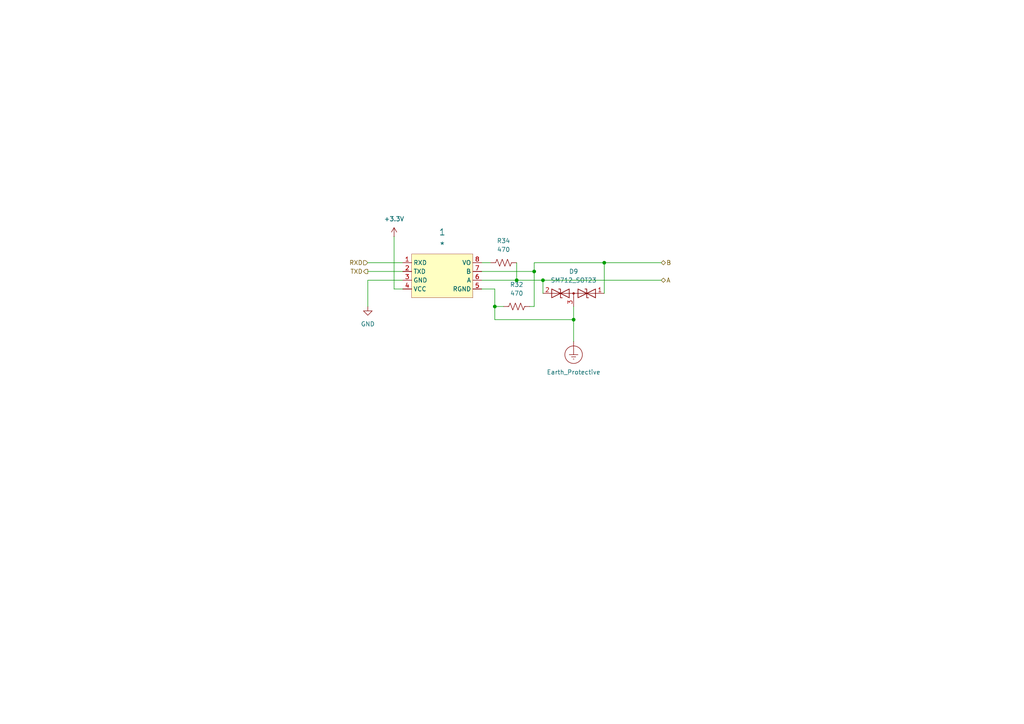
<source format=kicad_sch>
(kicad_sch
	(version 20250114)
	(generator "eeschema")
	(generator_version "9.0")
	(uuid "42a47a88-89c4-41fa-b950-57d8304242fc")
	(paper "A4")
	(lib_symbols
		(symbol "Device:R_US"
			(pin_numbers
				(hide yes)
			)
			(pin_names
				(offset 0)
			)
			(exclude_from_sim no)
			(in_bom yes)
			(on_board yes)
			(property "Reference" "R"
				(at 2.54 0 90)
				(effects
					(font
						(size 1.27 1.27)
					)
				)
			)
			(property "Value" "R_US"
				(at -2.54 0 90)
				(effects
					(font
						(size 1.27 1.27)
					)
				)
			)
			(property "Footprint" ""
				(at 1.016 -0.254 90)
				(effects
					(font
						(size 1.27 1.27)
					)
					(hide yes)
				)
			)
			(property "Datasheet" "~"
				(at 0 0 0)
				(effects
					(font
						(size 1.27 1.27)
					)
					(hide yes)
				)
			)
			(property "Description" "Resistor, US symbol"
				(at 0 0 0)
				(effects
					(font
						(size 1.27 1.27)
					)
					(hide yes)
				)
			)
			(property "ki_keywords" "R res resistor"
				(at 0 0 0)
				(effects
					(font
						(size 1.27 1.27)
					)
					(hide yes)
				)
			)
			(property "ki_fp_filters" "R_*"
				(at 0 0 0)
				(effects
					(font
						(size 1.27 1.27)
					)
					(hide yes)
				)
			)
			(symbol "R_US_0_1"
				(polyline
					(pts
						(xy 0 2.286) (xy 0 2.54)
					)
					(stroke
						(width 0)
						(type default)
					)
					(fill
						(type none)
					)
				)
				(polyline
					(pts
						(xy 0 2.286) (xy 1.016 1.905) (xy 0 1.524) (xy -1.016 1.143) (xy 0 0.762)
					)
					(stroke
						(width 0)
						(type default)
					)
					(fill
						(type none)
					)
				)
				(polyline
					(pts
						(xy 0 0.762) (xy 1.016 0.381) (xy 0 0) (xy -1.016 -0.381) (xy 0 -0.762)
					)
					(stroke
						(width 0)
						(type default)
					)
					(fill
						(type none)
					)
				)
				(polyline
					(pts
						(xy 0 -0.762) (xy 1.016 -1.143) (xy 0 -1.524) (xy -1.016 -1.905) (xy 0 -2.286)
					)
					(stroke
						(width 0)
						(type default)
					)
					(fill
						(type none)
					)
				)
				(polyline
					(pts
						(xy 0 -2.286) (xy 0 -2.54)
					)
					(stroke
						(width 0)
						(type default)
					)
					(fill
						(type none)
					)
				)
			)
			(symbol "R_US_1_1"
				(pin passive line
					(at 0 3.81 270)
					(length 1.27)
					(name "~"
						(effects
							(font
								(size 1.27 1.27)
							)
						)
					)
					(number "1"
						(effects
							(font
								(size 1.27 1.27)
							)
						)
					)
				)
				(pin passive line
					(at 0 -3.81 90)
					(length 1.27)
					(name "~"
						(effects
							(font
								(size 1.27 1.27)
							)
						)
					)
					(number "2"
						(effects
							(font
								(size 1.27 1.27)
							)
						)
					)
				)
			)
			(embedded_fonts no)
		)
		(symbol "Diode:SM712_SOT23"
			(pin_names
				(offset 1.016)
				(hide yes)
			)
			(exclude_from_sim no)
			(in_bom yes)
			(on_board yes)
			(property "Reference" "D"
				(at 0 4.445 0)
				(effects
					(font
						(size 1.27 1.27)
					)
				)
			)
			(property "Value" "SM712_SOT23"
				(at 0 2.54 0)
				(effects
					(font
						(size 1.27 1.27)
					)
				)
			)
			(property "Footprint" "Package_TO_SOT_SMD:SOT-23"
				(at 0 -8.89 0)
				(effects
					(font
						(size 1.27 1.27)
					)
					(hide yes)
				)
			)
			(property "Datasheet" "https://www.littelfuse.com/~/media/electronics/datasheets/tvs_diode_arrays/littelfuse_tvs_diode_array_sm712_datasheet.pdf.pdf"
				(at -3.81 0 0)
				(effects
					(font
						(size 1.27 1.27)
					)
					(hide yes)
				)
			)
			(property "Description" "7V/12V, 600W Asymmetrical TVS Diode Array, SOT-23"
				(at 0 0 0)
				(effects
					(font
						(size 1.27 1.27)
					)
					(hide yes)
				)
			)
			(property "ki_keywords" "transient voltage suppressor thyrector transil"
				(at 0 0 0)
				(effects
					(font
						(size 1.27 1.27)
					)
					(hide yes)
				)
			)
			(property "ki_fp_filters" "SOT?23*"
				(at 0 0 0)
				(effects
					(font
						(size 1.27 1.27)
					)
					(hide yes)
				)
			)
			(symbol "SM712_SOT23_0_0"
				(polyline
					(pts
						(xy 0 -1.27) (xy 0 0)
					)
					(stroke
						(width 0)
						(type default)
					)
					(fill
						(type none)
					)
				)
			)
			(symbol "SM712_SOT23_0_1"
				(polyline
					(pts
						(xy -6.35 0) (xy 6.35 0)
					)
					(stroke
						(width 0)
						(type default)
					)
					(fill
						(type none)
					)
				)
				(polyline
					(pts
						(xy -6.35 -1.27) (xy -1.27 1.27) (xy -1.27 -1.27) (xy -6.35 1.27) (xy -6.35 -1.27)
					)
					(stroke
						(width 0.2032)
						(type default)
					)
					(fill
						(type none)
					)
				)
				(polyline
					(pts
						(xy -3.302 1.27) (xy -3.81 1.27) (xy -3.81 -1.27) (xy -4.318 -1.27)
					)
					(stroke
						(width 0.2032)
						(type default)
					)
					(fill
						(type none)
					)
				)
				(circle
					(center 0 0)
					(radius 0.254)
					(stroke
						(width 0)
						(type default)
					)
					(fill
						(type outline)
					)
				)
				(polyline
					(pts
						(xy 1.27 -1.27) (xy 1.27 1.27) (xy 6.35 -1.27) (xy 6.35 1.27) (xy 1.27 -1.27)
					)
					(stroke
						(width 0.2032)
						(type default)
					)
					(fill
						(type none)
					)
				)
				(polyline
					(pts
						(xy 4.318 1.27) (xy 3.81 1.27) (xy 3.81 -1.27) (xy 3.302 -1.27)
					)
					(stroke
						(width 0.2032)
						(type default)
					)
					(fill
						(type none)
					)
				)
			)
			(symbol "SM712_SOT23_1_1"
				(pin passive line
					(at -8.89 0 0)
					(length 2.54)
					(name "A1"
						(effects
							(font
								(size 1.27 1.27)
							)
						)
					)
					(number "1"
						(effects
							(font
								(size 1.27 1.27)
							)
						)
					)
				)
				(pin input line
					(at 0 -3.81 90)
					(length 2.54)
					(name "common"
						(effects
							(font
								(size 1.27 1.27)
							)
						)
					)
					(number "3"
						(effects
							(font
								(size 1.27 1.27)
							)
						)
					)
				)
				(pin passive line
					(at 8.89 0 180)
					(length 2.54)
					(name "A2"
						(effects
							(font
								(size 1.27 1.27)
							)
						)
					)
					(number "2"
						(effects
							(font
								(size 1.27 1.27)
							)
						)
					)
				)
			)
			(embedded_fonts no)
		)
		(symbol "TD301M485:TD301M485"
			(exclude_from_sim no)
			(in_bom yes)
			(on_board yes)
			(property "Reference" ""
				(at -1.27 1.27 0)
				(effects
					(font
						(size 1.8288 1.8288)
					)
				)
			)
			(property "Value" "*"
				(at -1.27 -3.81 0)
				(effects
					(font
						(size 1.8288 1.8288)
					)
					(justify left bottom)
				)
			)
			(property "Footprint" ""
				(at 0 0 0)
				(effects
					(font
						(size 1.27 1.27)
					)
					(hide yes)
				)
			)
			(property "Datasheet" ""
				(at 0 0 0)
				(effects
					(font
						(size 1.27 1.27)
					)
					(hide yes)
				)
			)
			(property "Description" ""
				(at 0 0 0)
				(effects
					(font
						(size 1.27 1.27)
					)
					(hide yes)
				)
			)
			(symbol "TD301M485_1_0"
				(rectangle
					(start 7.62 5.08)
					(end -10.16 -7.62)
					(stroke
						(width 0.0254)
						(type solid)
						(color 128 0 0 1)
					)
					(fill
						(type background)
					)
				)
				(pin passive line
					(at -12.7 2.54 0)
					(length 2.54)
					(name "RXD"
						(effects
							(font
								(size 1.27 1.27)
							)
						)
					)
					(number "1"
						(effects
							(font
								(size 1.27 1.27)
							)
						)
					)
				)
				(pin passive line
					(at -12.7 0 0)
					(length 2.54)
					(name "TXD"
						(effects
							(font
								(size 1.27 1.27)
							)
						)
					)
					(number "2"
						(effects
							(font
								(size 1.27 1.27)
							)
						)
					)
				)
				(pin passive line
					(at -12.7 -2.54 0)
					(length 2.54)
					(name "GND"
						(effects
							(font
								(size 1.27 1.27)
							)
						)
					)
					(number "3"
						(effects
							(font
								(size 1.27 1.27)
							)
						)
					)
				)
				(pin passive line
					(at -12.7 -5.08 0)
					(length 2.54)
					(name "VCC"
						(effects
							(font
								(size 1.27 1.27)
							)
						)
					)
					(number "4"
						(effects
							(font
								(size 1.27 1.27)
							)
						)
					)
				)
				(pin passive line
					(at 10.16 2.54 180)
					(length 2.54)
					(name "VO"
						(effects
							(font
								(size 1.27 1.27)
							)
						)
					)
					(number "8"
						(effects
							(font
								(size 1.27 1.27)
							)
						)
					)
				)
				(pin passive line
					(at 10.16 0 180)
					(length 2.54)
					(name "B"
						(effects
							(font
								(size 1.27 1.27)
							)
						)
					)
					(number "7"
						(effects
							(font
								(size 1.27 1.27)
							)
						)
					)
				)
				(pin passive line
					(at 10.16 -2.54 180)
					(length 2.54)
					(name "A"
						(effects
							(font
								(size 1.27 1.27)
							)
						)
					)
					(number "6"
						(effects
							(font
								(size 1.27 1.27)
							)
						)
					)
				)
				(pin passive line
					(at 10.16 -5.08 180)
					(length 2.54)
					(name "RGND"
						(effects
							(font
								(size 1.27 1.27)
							)
						)
					)
					(number "5"
						(effects
							(font
								(size 1.27 1.27)
							)
						)
					)
				)
			)
			(embedded_fonts no)
		)
		(symbol "power:+3.3V"
			(power)
			(pin_numbers
				(hide yes)
			)
			(pin_names
				(offset 0)
				(hide yes)
			)
			(exclude_from_sim no)
			(in_bom yes)
			(on_board yes)
			(property "Reference" "#PWR"
				(at 0 -3.81 0)
				(effects
					(font
						(size 1.27 1.27)
					)
					(hide yes)
				)
			)
			(property "Value" "+3.3V"
				(at 0 3.556 0)
				(effects
					(font
						(size 1.27 1.27)
					)
				)
			)
			(property "Footprint" ""
				(at 0 0 0)
				(effects
					(font
						(size 1.27 1.27)
					)
					(hide yes)
				)
			)
			(property "Datasheet" ""
				(at 0 0 0)
				(effects
					(font
						(size 1.27 1.27)
					)
					(hide yes)
				)
			)
			(property "Description" "Power symbol creates a global label with name \"+3.3V\""
				(at 0 0 0)
				(effects
					(font
						(size 1.27 1.27)
					)
					(hide yes)
				)
			)
			(property "ki_keywords" "global power"
				(at 0 0 0)
				(effects
					(font
						(size 1.27 1.27)
					)
					(hide yes)
				)
			)
			(symbol "+3.3V_0_1"
				(polyline
					(pts
						(xy -0.762 1.27) (xy 0 2.54)
					)
					(stroke
						(width 0)
						(type default)
					)
					(fill
						(type none)
					)
				)
				(polyline
					(pts
						(xy 0 2.54) (xy 0.762 1.27)
					)
					(stroke
						(width 0)
						(type default)
					)
					(fill
						(type none)
					)
				)
				(polyline
					(pts
						(xy 0 0) (xy 0 2.54)
					)
					(stroke
						(width 0)
						(type default)
					)
					(fill
						(type none)
					)
				)
			)
			(symbol "+3.3V_1_1"
				(pin power_in line
					(at 0 0 90)
					(length 0)
					(name "~"
						(effects
							(font
								(size 1.27 1.27)
							)
						)
					)
					(number "1"
						(effects
							(font
								(size 1.27 1.27)
							)
						)
					)
				)
			)
			(embedded_fonts no)
		)
		(symbol "power:Earth_Protective"
			(power)
			(pin_numbers
				(hide yes)
			)
			(pin_names
				(offset 0)
				(hide yes)
			)
			(exclude_from_sim no)
			(in_bom yes)
			(on_board yes)
			(property "Reference" "#PWR"
				(at 0 -10.16 0)
				(effects
					(font
						(size 1.27 1.27)
					)
					(hide yes)
				)
			)
			(property "Value" "Earth_Protective"
				(at 0 -7.62 0)
				(effects
					(font
						(size 1.27 1.27)
					)
				)
			)
			(property "Footprint" ""
				(at 0 -2.54 0)
				(effects
					(font
						(size 1.27 1.27)
					)
					(hide yes)
				)
			)
			(property "Datasheet" "~"
				(at 0 -2.54 0)
				(effects
					(font
						(size 1.27 1.27)
					)
					(hide yes)
				)
			)
			(property "Description" "Power symbol creates a global label with name \"Earth_Protective\""
				(at 0 0 0)
				(effects
					(font
						(size 1.27 1.27)
					)
					(hide yes)
				)
			)
			(property "ki_keywords" "global ground gnd clean"
				(at 0 0 0)
				(effects
					(font
						(size 1.27 1.27)
					)
					(hide yes)
				)
			)
			(symbol "Earth_Protective_0_1"
				(polyline
					(pts
						(xy -0.635 -4.445) (xy 0.635 -4.445)
					)
					(stroke
						(width 0)
						(type default)
					)
					(fill
						(type none)
					)
				)
				(polyline
					(pts
						(xy -0.127 -5.08) (xy 0.127 -5.08)
					)
					(stroke
						(width 0)
						(type default)
					)
					(fill
						(type none)
					)
				)
				(polyline
					(pts
						(xy 0 -3.81) (xy 0 0)
					)
					(stroke
						(width 0)
						(type default)
					)
					(fill
						(type none)
					)
				)
				(circle
					(center 0 -3.81)
					(radius 2.54)
					(stroke
						(width 0)
						(type default)
					)
					(fill
						(type none)
					)
				)
				(polyline
					(pts
						(xy 1.27 -3.81) (xy -1.27 -3.81)
					)
					(stroke
						(width 0)
						(type default)
					)
					(fill
						(type none)
					)
				)
			)
			(symbol "Earth_Protective_1_1"
				(pin power_in line
					(at 0 0 270)
					(length 0)
					(name "~"
						(effects
							(font
								(size 1.27 1.27)
							)
						)
					)
					(number "1"
						(effects
							(font
								(size 1.27 1.27)
							)
						)
					)
				)
			)
			(embedded_fonts no)
		)
		(symbol "power:GND"
			(power)
			(pin_numbers
				(hide yes)
			)
			(pin_names
				(offset 0)
				(hide yes)
			)
			(exclude_from_sim no)
			(in_bom yes)
			(on_board yes)
			(property "Reference" "#PWR"
				(at 0 -6.35 0)
				(effects
					(font
						(size 1.27 1.27)
					)
					(hide yes)
				)
			)
			(property "Value" "GND"
				(at 0 -3.81 0)
				(effects
					(font
						(size 1.27 1.27)
					)
				)
			)
			(property "Footprint" ""
				(at 0 0 0)
				(effects
					(font
						(size 1.27 1.27)
					)
					(hide yes)
				)
			)
			(property "Datasheet" ""
				(at 0 0 0)
				(effects
					(font
						(size 1.27 1.27)
					)
					(hide yes)
				)
			)
			(property "Description" "Power symbol creates a global label with name \"GND\" , ground"
				(at 0 0 0)
				(effects
					(font
						(size 1.27 1.27)
					)
					(hide yes)
				)
			)
			(property "ki_keywords" "global power"
				(at 0 0 0)
				(effects
					(font
						(size 1.27 1.27)
					)
					(hide yes)
				)
			)
			(symbol "GND_0_1"
				(polyline
					(pts
						(xy 0 0) (xy 0 -1.27) (xy 1.27 -1.27) (xy 0 -2.54) (xy -1.27 -1.27) (xy 0 -1.27)
					)
					(stroke
						(width 0)
						(type default)
					)
					(fill
						(type none)
					)
				)
			)
			(symbol "GND_1_1"
				(pin power_in line
					(at 0 0 270)
					(length 0)
					(name "~"
						(effects
							(font
								(size 1.27 1.27)
							)
						)
					)
					(number "1"
						(effects
							(font
								(size 1.27 1.27)
							)
						)
					)
				)
			)
			(embedded_fonts no)
		)
	)
	(junction
		(at 175.26 76.2)
		(diameter 0)
		(color 0 0 0 0)
		(uuid "31fd528f-ab95-4920-a2bd-1b4b6aed7a81")
	)
	(junction
		(at 154.94 78.74)
		(diameter 0)
		(color 0 0 0 0)
		(uuid "55afddf4-264d-4206-a5e9-2c3f2c7fa3ce")
	)
	(junction
		(at 166.37 92.71)
		(diameter 0)
		(color 0 0 0 0)
		(uuid "68243acb-73e4-4c3f-b582-1dbf45b1f0ad")
	)
	(junction
		(at 157.48 81.28)
		(diameter 0)
		(color 0 0 0 0)
		(uuid "87ab53df-7f42-45ea-83a2-a655f899d899")
	)
	(junction
		(at 143.51 88.9)
		(diameter 0)
		(color 0 0 0 0)
		(uuid "87d71220-69d5-412d-997f-7a442a818291")
	)
	(junction
		(at 149.86 81.28)
		(diameter 0)
		(color 0 0 0 0)
		(uuid "d8de3137-f5a5-4329-8c52-61ae16cd79a3")
	)
	(wire
		(pts
			(xy 139.7 83.82) (xy 143.51 83.82)
		)
		(stroke
			(width 0)
			(type default)
		)
		(uuid "07dc01c7-05b5-4c3e-8b81-ad7af42d51ef")
	)
	(wire
		(pts
			(xy 116.84 83.82) (xy 114.3 83.82)
		)
		(stroke
			(width 0)
			(type default)
		)
		(uuid "09258b11-aa62-4383-8873-069ee0babfff")
	)
	(wire
		(pts
			(xy 106.68 81.28) (xy 106.68 88.9)
		)
		(stroke
			(width 0)
			(type default)
		)
		(uuid "146db7cd-ce0d-45a1-b2b8-d37525121c8e")
	)
	(wire
		(pts
			(xy 149.86 76.2) (xy 149.86 81.28)
		)
		(stroke
			(width 0)
			(type default)
		)
		(uuid "25831cb6-a9d2-43de-b30d-cf8ff8bd08c4")
	)
	(wire
		(pts
			(xy 154.94 76.2) (xy 175.26 76.2)
		)
		(stroke
			(width 0)
			(type default)
		)
		(uuid "26c7c638-8943-41c8-bad8-1550f80a01ec")
	)
	(wire
		(pts
			(xy 157.48 81.28) (xy 191.77 81.28)
		)
		(stroke
			(width 0)
			(type default)
		)
		(uuid "2a8a4e81-f13f-4c81-b25c-25b4c4735298")
	)
	(wire
		(pts
			(xy 139.7 76.2) (xy 142.24 76.2)
		)
		(stroke
			(width 0)
			(type default)
		)
		(uuid "30d080d6-ee20-4bb1-80e0-aa484d7667fa")
	)
	(wire
		(pts
			(xy 139.7 81.28) (xy 149.86 81.28)
		)
		(stroke
			(width 0)
			(type default)
		)
		(uuid "37d41c7d-1b8f-4f9b-b721-11e063aa02a6")
	)
	(wire
		(pts
			(xy 154.94 76.2) (xy 154.94 78.74)
		)
		(stroke
			(width 0)
			(type default)
		)
		(uuid "45b58acc-4031-4b80-a153-2d9d66ddcfd0")
	)
	(wire
		(pts
			(xy 143.51 83.82) (xy 143.51 88.9)
		)
		(stroke
			(width 0)
			(type default)
		)
		(uuid "59445f33-906d-49ac-a439-8bdcc94cf075")
	)
	(wire
		(pts
			(xy 143.51 88.9) (xy 146.05 88.9)
		)
		(stroke
			(width 0)
			(type default)
		)
		(uuid "595771b6-38f8-47ec-a741-70e6a4bf0ace")
	)
	(wire
		(pts
			(xy 143.51 88.9) (xy 143.51 92.71)
		)
		(stroke
			(width 0)
			(type default)
		)
		(uuid "699e4fa3-fb5f-4e42-b01c-5d78591765f0")
	)
	(wire
		(pts
			(xy 114.3 83.82) (xy 114.3 68.58)
		)
		(stroke
			(width 0)
			(type default)
		)
		(uuid "8210d756-dfb2-4854-84da-940116148150")
	)
	(wire
		(pts
			(xy 175.26 76.2) (xy 175.26 85.09)
		)
		(stroke
			(width 0)
			(type default)
		)
		(uuid "8baabb5a-caf5-4581-8f74-fe9dbcef0160")
	)
	(wire
		(pts
			(xy 153.67 88.9) (xy 154.94 88.9)
		)
		(stroke
			(width 0)
			(type default)
		)
		(uuid "9cebfcee-e93a-4764-95c6-5d3ad8ee6a4b")
	)
	(wire
		(pts
			(xy 139.7 78.74) (xy 154.94 78.74)
		)
		(stroke
			(width 0)
			(type default)
		)
		(uuid "a1716801-6e48-4d8d-8fb1-77591e7523d4")
	)
	(wire
		(pts
			(xy 157.48 81.28) (xy 157.48 85.09)
		)
		(stroke
			(width 0)
			(type default)
		)
		(uuid "ad8d8cbd-ae36-4dfc-bf46-d49685c9cf60")
	)
	(wire
		(pts
			(xy 154.94 88.9) (xy 154.94 78.74)
		)
		(stroke
			(width 0)
			(type default)
		)
		(uuid "bc9c96cb-3e30-4a81-afbe-4d6227352d89")
	)
	(wire
		(pts
			(xy 106.68 76.2) (xy 116.84 76.2)
		)
		(stroke
			(width 0)
			(type default)
		)
		(uuid "be5ae0da-fbad-49ce-805a-ef1bf3bc4d69")
	)
	(wire
		(pts
			(xy 166.37 92.71) (xy 166.37 99.06)
		)
		(stroke
			(width 0)
			(type default)
		)
		(uuid "c3ac168d-5847-4b8c-9224-1278fc4a4847")
	)
	(wire
		(pts
			(xy 166.37 88.9) (xy 166.37 92.71)
		)
		(stroke
			(width 0)
			(type default)
		)
		(uuid "c543819c-38ae-41b2-b6a0-9c238b398e2a")
	)
	(wire
		(pts
			(xy 143.51 92.71) (xy 166.37 92.71)
		)
		(stroke
			(width 0)
			(type default)
		)
		(uuid "caefaaaf-ad03-4bcf-9084-bab600d7c36a")
	)
	(wire
		(pts
			(xy 149.86 81.28) (xy 157.48 81.28)
		)
		(stroke
			(width 0)
			(type default)
		)
		(uuid "da010c6b-e47f-4d62-8d0a-f69859649384")
	)
	(wire
		(pts
			(xy 175.26 76.2) (xy 191.77 76.2)
		)
		(stroke
			(width 0)
			(type default)
		)
		(uuid "e8abbd00-9000-42ae-850d-3e8059ad5da0")
	)
	(wire
		(pts
			(xy 116.84 81.28) (xy 106.68 81.28)
		)
		(stroke
			(width 0)
			(type default)
		)
		(uuid "f07b8f32-6124-44b4-b4dc-7efea94bd26e")
	)
	(wire
		(pts
			(xy 106.68 78.74) (xy 116.84 78.74)
		)
		(stroke
			(width 0)
			(type default)
		)
		(uuid "f5fb3f25-529f-48a4-a672-49207f8463a9")
	)
	(hierarchical_label "A"
		(shape bidirectional)
		(at 191.77 81.28 0)
		(effects
			(font
				(size 1.27 1.27)
			)
			(justify left)
		)
		(uuid "1b2a06aa-8291-4c92-8e36-e707bdb55a5a")
	)
	(hierarchical_label "TXD"
		(shape output)
		(at 106.68 78.74 180)
		(effects
			(font
				(size 1.27 1.27)
			)
			(justify right)
		)
		(uuid "31d40c38-34ee-4183-bbbb-172dbee59b20")
	)
	(hierarchical_label "B"
		(shape bidirectional)
		(at 191.77 76.2 0)
		(effects
			(font
				(size 1.27 1.27)
			)
			(justify left)
		)
		(uuid "7bdc1d73-f438-42c0-a07d-338838f4506c")
	)
	(hierarchical_label "RXD"
		(shape input)
		(at 106.68 76.2 180)
		(effects
			(font
				(size 1.27 1.27)
			)
			(justify right)
		)
		(uuid "b7a9809c-1998-42d0-aa47-1c29da187adc")
	)
	(symbol
		(lib_id "Device:R_US")
		(at 146.05 76.2 90)
		(unit 1)
		(exclude_from_sim no)
		(in_bom yes)
		(on_board yes)
		(dnp no)
		(fields_autoplaced yes)
		(uuid "3aaa2ff5-215d-4c4d-9aee-571a892a8339")
		(property "Reference" "R34"
			(at 146.05 69.85 90)
			(effects
				(font
					(size 1.27 1.27)
				)
			)
		)
		(property "Value" "470"
			(at 146.05 72.39 90)
			(effects
				(font
					(size 1.27 1.27)
				)
			)
		)
		(property "Footprint" "Resistor_SMD:R_0603_1608Metric"
			(at 146.304 75.184 90)
			(effects
				(font
					(size 1.27 1.27)
				)
				(hide yes)
			)
		)
		(property "Datasheet" "~"
			(at 146.05 76.2 0)
			(effects
				(font
					(size 1.27 1.27)
				)
				(hide yes)
			)
		)
		(property "Description" "Resistor, US symbol"
			(at 146.05 76.2 0)
			(effects
				(font
					(size 1.27 1.27)
				)
				(hide yes)
			)
		)
		(pin "2"
			(uuid "777e093f-b5d9-4353-b1c2-90de6a4d9462")
		)
		(pin "1"
			(uuid "ec2a4538-35a6-4bb2-93fb-ac4d48f63a61")
		)
		(instances
			(project "PCB porton"
				(path "/066fc511-7226-4630-beb0-d4fa33de32d6/98e2e1af-13f4-44d7-afbb-a6c00796e80f/68884aba-5757-4f32-83a0-1ae2abb6f06d"
					(reference "R34")
					(unit 1)
				)
			)
		)
	)
	(symbol
		(lib_id "TD301M485:TD301M485")
		(at 129.54 78.74 0)
		(unit 1)
		(exclude_from_sim no)
		(in_bom yes)
		(on_board yes)
		(dnp no)
		(fields_autoplaced yes)
		(uuid "4cb03983-f02e-4f56-abe2-1eecfce3d54d")
		(property "Reference" "1"
			(at 128.27 67.31 0)
			(effects
				(font
					(size 1.8288 1.8288)
				)
			)
		)
		(property "Value" "*"
			(at 128.27 71.12 0)
			(effects
				(font
					(size 1.8288 1.8288)
				)
			)
		)
		(property "Footprint" ""
			(at 129.54 78.74 0)
			(effects
				(font
					(size 1.27 1.27)
				)
				(hide yes)
			)
		)
		(property "Datasheet" ""
			(at 129.54 78.74 0)
			(effects
				(font
					(size 1.27 1.27)
				)
				(hide yes)
			)
		)
		(property "Description" ""
			(at 129.54 78.74 0)
			(effects
				(font
					(size 1.27 1.27)
				)
				(hide yes)
			)
		)
		(pin "1"
			(uuid "fc1931eb-e0f2-4264-b134-07a02802daf9")
		)
		(pin "2"
			(uuid "f29531e7-4e77-4ddc-869f-7038c668961c")
		)
		(pin "3"
			(uuid "45e0451b-810d-42e2-83e3-55c5a2c5bb76")
		)
		(pin "4"
			(uuid "8b2d565b-ec0f-495d-8c81-5c32d43cd1c0")
		)
		(pin "5"
			(uuid "674a1750-919b-42bb-97f0-808c24f97503")
		)
		(pin "6"
			(uuid "9cae00c3-dcd9-4c0e-bb3a-91f0ba9ae1f3")
		)
		(pin "7"
			(uuid "1c21a500-1ee9-447f-ae79-f457cb42d3ce")
		)
		(pin "8"
			(uuid "2ee093ea-db99-4c29-92f8-af771025d62f")
		)
		(instances
			(project ""
				(path "/066fc511-7226-4630-beb0-d4fa33de32d6/98e2e1af-13f4-44d7-afbb-a6c00796e80f/68884aba-5757-4f32-83a0-1ae2abb6f06d"
					(reference "1")
					(unit 1)
				)
			)
		)
	)
	(symbol
		(lib_id "Diode:SM712_SOT23")
		(at 166.37 85.09 0)
		(mirror y)
		(unit 1)
		(exclude_from_sim no)
		(in_bom yes)
		(on_board yes)
		(dnp no)
		(uuid "58b4ecb9-78ac-4051-8dc0-a1333067d880")
		(property "Reference" "D9"
			(at 166.37 78.74 0)
			(effects
				(font
					(size 1.27 1.27)
				)
			)
		)
		(property "Value" "SM712_SOT23"
			(at 166.37 81.28 0)
			(effects
				(font
					(size 1.27 1.27)
				)
			)
		)
		(property "Footprint" "Package_TO_SOT_SMD:SOT-23W"
			(at 166.37 93.98 0)
			(effects
				(font
					(size 1.27 1.27)
				)
				(hide yes)
			)
		)
		(property "Datasheet" "https://www.littelfuse.com/~/media/electronics/datasheets/tvs_diode_arrays/littelfuse_tvs_diode_array_sm712_datasheet.pdf.pdf"
			(at 170.18 85.09 0)
			(effects
				(font
					(size 1.27 1.27)
				)
				(hide yes)
			)
		)
		(property "Description" "7V/12V, 600W Asymmetrical TVS Diode Array, SOT-23"
			(at 166.37 85.09 0)
			(effects
				(font
					(size 1.27 1.27)
				)
				(hide yes)
			)
		)
		(pin "1"
			(uuid "e5f848d0-9da4-4552-a41f-410e387eebfa")
		)
		(pin "3"
			(uuid "a3330361-f246-4dd7-b25a-842b45a4fa63")
		)
		(pin "2"
			(uuid "9556c4a9-e59c-4707-b9b3-f6b67a854128")
		)
		(instances
			(project ""
				(path "/066fc511-7226-4630-beb0-d4fa33de32d6/98e2e1af-13f4-44d7-afbb-a6c00796e80f/68884aba-5757-4f32-83a0-1ae2abb6f06d"
					(reference "D9")
					(unit 1)
				)
			)
		)
	)
	(symbol
		(lib_id "Device:R_US")
		(at 149.86 88.9 90)
		(unit 1)
		(exclude_from_sim no)
		(in_bom yes)
		(on_board yes)
		(dnp no)
		(fields_autoplaced yes)
		(uuid "68117c01-7374-41e1-910c-bb4283084db4")
		(property "Reference" "R32"
			(at 149.86 82.55 90)
			(effects
				(font
					(size 1.27 1.27)
				)
			)
		)
		(property "Value" "470"
			(at 149.86 85.09 90)
			(effects
				(font
					(size 1.27 1.27)
				)
			)
		)
		(property "Footprint" "Resistor_SMD:R_0603_1608Metric"
			(at 150.114 87.884 90)
			(effects
				(font
					(size 1.27 1.27)
				)
				(hide yes)
			)
		)
		(property "Datasheet" "~"
			(at 149.86 88.9 0)
			(effects
				(font
					(size 1.27 1.27)
				)
				(hide yes)
			)
		)
		(property "Description" "Resistor, US symbol"
			(at 149.86 88.9 0)
			(effects
				(font
					(size 1.27 1.27)
				)
				(hide yes)
			)
		)
		(pin "2"
			(uuid "6db28919-6301-4393-88e9-999293fe03af")
		)
		(pin "1"
			(uuid "96f0473d-4f99-4f7c-a5cb-1e2743f36703")
		)
		(instances
			(project "PCB porton"
				(path "/066fc511-7226-4630-beb0-d4fa33de32d6/98e2e1af-13f4-44d7-afbb-a6c00796e80f/68884aba-5757-4f32-83a0-1ae2abb6f06d"
					(reference "R32")
					(unit 1)
				)
			)
		)
	)
	(symbol
		(lib_id "power:Earth_Protective")
		(at 166.37 99.06 0)
		(unit 1)
		(exclude_from_sim no)
		(in_bom yes)
		(on_board yes)
		(dnp no)
		(fields_autoplaced yes)
		(uuid "688d6047-7618-40bf-860e-363530e8a081")
		(property "Reference" "#PWR049"
			(at 166.37 109.22 0)
			(effects
				(font
					(size 1.27 1.27)
				)
				(hide yes)
			)
		)
		(property "Value" "Earth_Protective"
			(at 166.37 107.95 0)
			(effects
				(font
					(size 1.27 1.27)
				)
			)
		)
		(property "Footprint" ""
			(at 166.37 101.6 0)
			(effects
				(font
					(size 1.27 1.27)
				)
				(hide yes)
			)
		)
		(property "Datasheet" "~"
			(at 166.37 101.6 0)
			(effects
				(font
					(size 1.27 1.27)
				)
				(hide yes)
			)
		)
		(property "Description" "Power symbol creates a global label with name \"Earth_Protective\""
			(at 166.37 99.06 0)
			(effects
				(font
					(size 1.27 1.27)
				)
				(hide yes)
			)
		)
		(pin "1"
			(uuid "0b19a531-7ba2-4c3b-818e-5d60b407a050")
		)
		(instances
			(project ""
				(path "/066fc511-7226-4630-beb0-d4fa33de32d6/98e2e1af-13f4-44d7-afbb-a6c00796e80f/68884aba-5757-4f32-83a0-1ae2abb6f06d"
					(reference "#PWR049")
					(unit 1)
				)
			)
		)
	)
	(symbol
		(lib_id "power:+3.3V")
		(at 114.3 68.58 0)
		(unit 1)
		(exclude_from_sim no)
		(in_bom yes)
		(on_board yes)
		(dnp no)
		(fields_autoplaced yes)
		(uuid "6a7f6c90-c63a-42eb-b43c-6967d72c34b6")
		(property "Reference" "#PWR054"
			(at 114.3 72.39 0)
			(effects
				(font
					(size 1.27 1.27)
				)
				(hide yes)
			)
		)
		(property "Value" "+3.3V"
			(at 114.3 63.5 0)
			(effects
				(font
					(size 1.27 1.27)
				)
			)
		)
		(property "Footprint" ""
			(at 114.3 68.58 0)
			(effects
				(font
					(size 1.27 1.27)
				)
				(hide yes)
			)
		)
		(property "Datasheet" ""
			(at 114.3 68.58 0)
			(effects
				(font
					(size 1.27 1.27)
				)
				(hide yes)
			)
		)
		(property "Description" "Power symbol creates a global label with name \"+3.3V\""
			(at 114.3 68.58 0)
			(effects
				(font
					(size 1.27 1.27)
				)
				(hide yes)
			)
		)
		(pin "1"
			(uuid "9a2ee8f3-6507-4741-b362-f5738752a410")
		)
		(instances
			(project ""
				(path "/066fc511-7226-4630-beb0-d4fa33de32d6/98e2e1af-13f4-44d7-afbb-a6c00796e80f/68884aba-5757-4f32-83a0-1ae2abb6f06d"
					(reference "#PWR054")
					(unit 1)
				)
			)
		)
	)
	(symbol
		(lib_id "power:GND")
		(at 106.68 88.9 0)
		(unit 1)
		(exclude_from_sim no)
		(in_bom yes)
		(on_board yes)
		(dnp no)
		(fields_autoplaced yes)
		(uuid "9a0ec2cf-af56-4b7d-9b04-f6574cb4b38a")
		(property "Reference" "#PWR051"
			(at 106.68 95.25 0)
			(effects
				(font
					(size 1.27 1.27)
				)
				(hide yes)
			)
		)
		(property "Value" "GND"
			(at 106.68 93.98 0)
			(effects
				(font
					(size 1.27 1.27)
				)
			)
		)
		(property "Footprint" ""
			(at 106.68 88.9 0)
			(effects
				(font
					(size 1.27 1.27)
				)
				(hide yes)
			)
		)
		(property "Datasheet" ""
			(at 106.68 88.9 0)
			(effects
				(font
					(size 1.27 1.27)
				)
				(hide yes)
			)
		)
		(property "Description" "Power symbol creates a global label with name \"GND\" , ground"
			(at 106.68 88.9 0)
			(effects
				(font
					(size 1.27 1.27)
				)
				(hide yes)
			)
		)
		(pin "1"
			(uuid "5e773af9-e23e-4301-a521-0426b00c8d9a")
		)
		(instances
			(project ""
				(path "/066fc511-7226-4630-beb0-d4fa33de32d6/98e2e1af-13f4-44d7-afbb-a6c00796e80f/68884aba-5757-4f32-83a0-1ae2abb6f06d"
					(reference "#PWR051")
					(unit 1)
				)
			)
		)
	)
)

</source>
